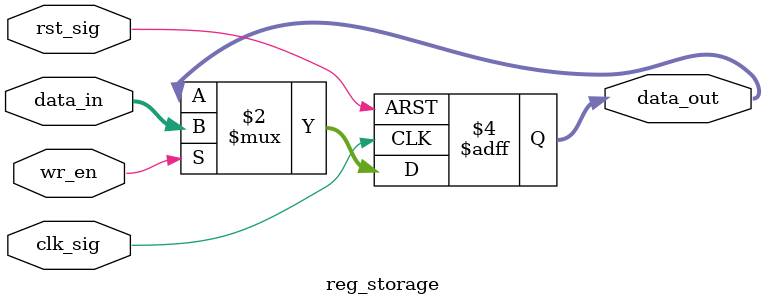
<source format=v>
`timescale 1ns / 1ps

module reg_storage(
    input               clk_sig, 
    input               rst_sig, 
    input               wr_en, 
    input [31:0]        data_in, 
    output reg [31:0]   data_out 
    );
	
    always@(negedge clk_sig or posedge rst_sig)
    begin
        if(rst_sig) 
            data_out <= 32'b0;
        else if(wr_en) 
            data_out <= data_in;
    end

endmodule
</source>
